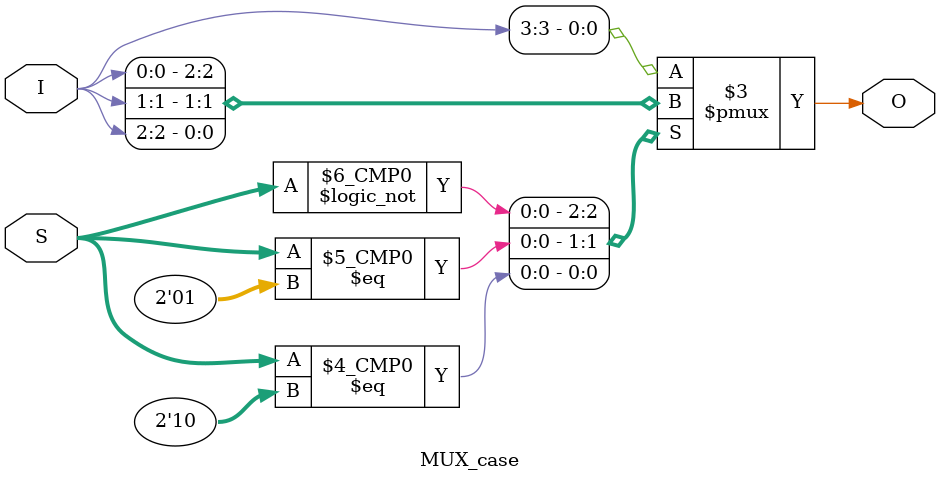
<source format=v>
module MUX_case (
    input [3:0] I,  // The 4 inputs.
    input [1:0] S,  // The select lines.
    output reg O    // The output.
);
    always @* begin
        case (S)
            0: O = I[0];        // S = 00
            1: O = I[1];        // S = 01
            2: O = I[2];        // S = 10
            default: O = I[3];  // S = 11
        endcase
    end
endmodule


</source>
